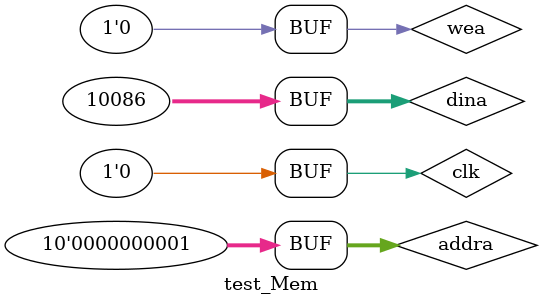
<source format=v>
`timescale 1ns / 1ps

module test_Mem;

    reg clk, wea;
    reg [9: 0] addra;
    reg [31: 0] dina;
    wire [31: 0] douta;

    Mem uut(
        .clka(clk),
        .wea(wea),
        .addra(addra),
        .dina(dina),
        .douta(douta)
    );
    
    initial begin
        clk = 0;
        wea = 0;
        addra = 10'd1;
        dina = 32'd10086;
        
        #100;
        clk = 1;
        
        #100;
        clk = 0;
    end

endmodule
</source>
